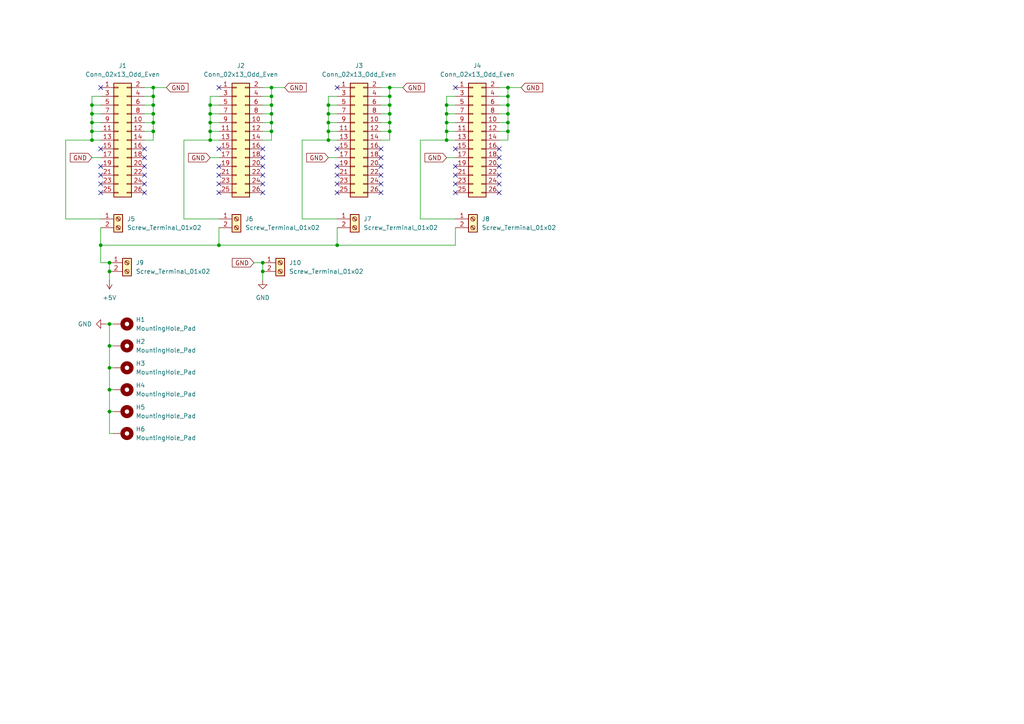
<source format=kicad_sch>
(kicad_sch (version 20230121) (generator eeschema)
  (paper "A4")
  (lib_symbols
    (symbol "Connector:Screw_Terminal_01x02" (pin_names (offset 1.016) hide)
      (property "Reference" "J" (at 0 2.54 0))
      (property "Value" "Screw_Terminal_01x02" (at 0 -5.08 0))
      (symbol "Screw_Terminal_01x02_1_1"
        (rectangle (start -1.27 1.27) (end 1.27 -3.81) (stroke (width 0.254)) (fill (type background)))
        (circle (center 0 -2.54) (radius 0.635) (stroke (width 0.1524)))
        (polyline (pts (xy -0.5334 -2.2098) (xy 0.3302 -3.048)) (stroke (width 0.1524)))
        (polyline (pts (xy -0.5334 0.3302) (xy 0.3302 -0.508)) (stroke (width 0.1524)))
        (polyline (pts (xy -0.3556 -2.032) (xy 0.508 -2.8702)) (stroke (width 0.1524)))
        (polyline (pts (xy -0.3556 0.508) (xy 0.508 -0.3302)) (stroke (width 0.1524)))
        (circle (center 0 0) (radius 0.635) (stroke (width 0.1524)))
        (pin passive line (at -5.08 0 0) (length 3.81) (name "Pin_1") (number "1"))
        (pin passive line (at -5.08 -2.54 0) (length 3.81) (name "Pin_2") (number "2"))
      )
    )
    (symbol "Connector_Generic:Conn_02x13_Odd_Even" (pin_names (offset 1.016) hide)
      (property "Reference" "J" (at 1.27 17.78 0))
      (property "Value" "Conn_02x13_Odd_Even" (at 1.27 -17.78 0))
      (symbol "Conn_02x13_Odd_Even_1_1"
        (rectangle (start -1.27 -15.113) (end 0 -15.367) (stroke (width 0.1524)))
        (rectangle (start -1.27 -12.573) (end 0 -12.827) (stroke (width 0.1524)))
        (rectangle (start -1.27 -10.033) (end 0 -10.287) (stroke (width 0.1524)))
        (rectangle (start -1.27 -7.493) (end 0 -7.747) (stroke (width 0.1524)))
        (rectangle (start -1.27 -4.953) (end 0 -5.207) (stroke (width 0.1524)))
        (rectangle (start -1.27 -2.413) (end 0 -2.667) (stroke (width 0.1524)))
        (rectangle (start -1.27 0.127) (end 0 -0.127) (stroke (width 0.1524)))
        (rectangle (start -1.27 2.667) (end 0 2.413) (stroke (width 0.1524)))
        (rectangle (start -1.27 5.207) (end 0 4.953) (stroke (width 0.1524)))
        (rectangle (start -1.27 7.747) (end 0 7.493) (stroke (width 0.1524)))
        (rectangle (start -1.27 10.287) (end 0 10.033) (stroke (width 0.1524)))
        (rectangle (start -1.27 12.827) (end 0 12.573) (stroke (width 0.1524)))
        (rectangle (start -1.27 15.367) (end 0 15.113) (stroke (width 0.1524)))
        (rectangle (start -1.27 16.51) (end 3.81 -16.51) (stroke (width 0.254)) (fill (type background)))
        (rectangle (start 3.81 -15.113) (end 2.54 -15.367) (stroke (width 0.1524)))
        (rectangle (start 3.81 -12.573) (end 2.54 -12.827) (stroke (width 0.1524)))
        (rectangle (start 3.81 -10.033) (end 2.54 -10.287) (stroke (width 0.1524)))
        (rectangle (start 3.81 -7.493) (end 2.54 -7.747) (stroke (width 0.1524)))
        (rectangle (start 3.81 -4.953) (end 2.54 -5.207) (stroke (width 0.1524)))
        (rectangle (start 3.81 -2.413) (end 2.54 -2.667) (stroke (width 0.1524)))
        (rectangle (start 3.81 0.127) (end 2.54 -0.127) (stroke (width 0.1524)))
        (rectangle (start 3.81 2.667) (end 2.54 2.413) (stroke (width 0.1524)))
        (rectangle (start 3.81 5.207) (end 2.54 4.953) (stroke (width 0.1524)))
        (rectangle (start 3.81 7.747) (end 2.54 7.493) (stroke (width 0.1524)))
        (rectangle (start 3.81 10.287) (end 2.54 10.033) (stroke (width 0.1524)))
        (rectangle (start 3.81 12.827) (end 2.54 12.573) (stroke (width 0.1524)))
        (rectangle (start 3.81 15.367) (end 2.54 15.113) (stroke (width 0.1524)))
        (pin passive line (at -5.08 15.24 0) (length 3.81) (name "Pin_1") (number "1"))
        (pin passive line (at 7.62 5.08 180) (length 3.81) (name "Pin_10") (number "10"))
        (pin passive line (at -5.08 2.54 0) (length 3.81) (name "Pin_11") (number "11"))
        (pin passive line (at 7.62 2.54 180) (length 3.81) (name "Pin_12") (number "12"))
        (pin passive line (at -5.08 0 0) (length 3.81) (name "Pin_13") (number "13"))
        (pin passive line (at 7.62 0 180) (length 3.81) (name "Pin_14") (number "14"))
        (pin passive line (at -5.08 -2.54 0) (length 3.81) (name "Pin_15") (number "15"))
        (pin passive line (at 7.62 -2.54 180) (length 3.81) (name "Pin_16") (number "16"))
        (pin passive line (at -5.08 -5.08 0) (length 3.81) (name "Pin_17") (number "17"))
        (pin passive line (at 7.62 -5.08 180) (length 3.81) (name "Pin_18") (number "18"))
        (pin passive line (at -5.08 -7.62 0) (length 3.81) (name "Pin_19") (number "19"))
        (pin passive line (at 7.62 15.24 180) (length 3.81) (name "Pin_2") (number "2"))
        (pin passive line (at 7.62 -7.62 180) (length 3.81) (name "Pin_20") (number "20"))
        (pin passive line (at -5.08 -10.16 0) (length 3.81) (name "Pin_21") (number "21"))
        (pin passive line (at 7.62 -10.16 180) (length 3.81) (name "Pin_22") (number "22"))
        (pin passive line (at -5.08 -12.7 0) (length 3.81) (name "Pin_23") (number "23"))
        (pin passive line (at 7.62 -12.7 180) (length 3.81) (name "Pin_24") (number "24"))
        (pin passive line (at -5.08 -15.24 0) (length 3.81) (name "Pin_25") (number "25"))
        (pin passive line (at 7.62 -15.24 180) (length 3.81) (name "Pin_26") (number "26"))
        (pin passive line (at -5.08 12.7 0) (length 3.81) (name "Pin_3") (number "3"))
        (pin passive line (at 7.62 12.7 180) (length 3.81) (name "Pin_4") (number "4"))
        (pin passive line (at -5.08 10.16 0) (length 3.81) (name "Pin_5") (number "5"))
        (pin passive line (at 7.62 10.16 180) (length 3.81) (name "Pin_6") (number "6"))
        (pin passive line (at -5.08 7.62 0) (length 3.81) (name "Pin_7") (number "7"))
        (pin passive line (at 7.62 7.62 180) (length 3.81) (name "Pin_8") (number "8"))
        (pin passive line (at -5.08 5.08 0) (length 3.81) (name "Pin_9") (number "9"))
      )
    )
    (symbol "Mechanical:MountingHole_Pad" (pin_numbers hide) (pin_names (offset 1.016) hide)
      (property "Reference" "H" (at 0 6.35 0))
      (property "Value" "MountingHole_Pad" (at 0 4.445 0))
      (symbol "MountingHole_Pad_0_1"
        (circle (center 0 1.27) (radius 1.27) (stroke (width 1.27)))
      )
      (symbol "MountingHole_Pad_1_1"
        (pin input line (at 0 -2.54 90) (length 2.54) (name "1") (number "1"))
      )
    )
    (symbol "power:+5V" (power) (pin_names (offset 0))
      (property "Value" "+5V" (at 0 3.556 0))
      (symbol "+5V_0_1"
        (polyline (pts (xy -0.762 1.27) (xy 0 2.54)))
        (polyline (pts (xy 0 0) (xy 0 2.54)))
        (polyline (pts (xy 0 2.54) (xy 0.762 1.27)))
      )
      (symbol "+5V_1_1"
        (pin power_in line (at 0 0 90) (length 0) hide (name "+5V") (number "1"))
      )
    )
    (symbol "power:GND" (power) (pin_names (offset 0))
      (property "Value" "GND" (at 0 -3.81 0))
      (symbol "GND_0_1"
        (polyline (pts (xy 0 0) (xy 0 -1.27) (xy 1.27 -1.27) (xy 0 -2.54) (xy -1.27 -1.27) (xy 0 -1.27)))
      )
      (symbol "GND_1_1"
        (pin power_in line (at 0 0 270) (length 0) hide (name "GND") (number "1"))
      )
    )
  )
  (junction (at 26.67 38.1))
  (junction (at 113.03 35.56))
  (junction (at 31.75 93.98))
  (junction (at 147.32 38.1))
  (junction (at 147.32 27.94))
  (junction (at 78.74 33.02))
  (junction (at 31.75 100.33))
  (junction (at 26.67 35.56))
  (junction (at 60.96 33.02))
  (junction (at 31.75 119.38))
  (junction (at 31.75 78.74))
  (junction (at 26.67 30.48))
  (junction (at 147.32 25.4))
  (junction (at 31.75 106.68))
  (junction (at 95.25 38.1))
  (junction (at 147.32 35.56))
  (junction (at 44.45 35.56))
  (junction (at 60.96 35.56))
  (junction (at 113.03 25.4))
  (junction (at 29.21 71.12))
  (junction (at 44.45 27.94))
  (junction (at 113.03 33.02))
  (junction (at 129.54 30.48))
  (junction (at 113.03 30.48))
  (junction (at 129.54 35.56))
  (junction (at 60.96 30.48))
  (junction (at 129.54 33.02))
  (junction (at 113.03 38.1))
  (junction (at 95.25 30.48))
  (junction (at 76.2 76.2))
  (junction (at 95.25 33.02))
  (junction (at 26.67 40.64))
  (junction (at 44.45 38.1))
  (junction (at 147.32 30.48))
  (junction (at 113.03 27.94))
  (junction (at 95.25 35.56))
  (junction (at 63.5 71.12))
  (junction (at 44.45 33.02))
  (junction (at 78.74 38.1))
  (junction (at 129.54 40.64))
  (junction (at 95.25 40.64))
  (junction (at 76.2 78.74))
  (junction (at 31.75 76.2))
  (junction (at 147.32 33.02))
  (junction (at 78.74 25.4))
  (junction (at 78.74 35.56))
  (junction (at 97.79 71.12))
  (junction (at 26.67 33.02))
  (junction (at 31.75 113.03))
  (junction (at 129.54 38.1))
  (junction (at 44.45 25.4))
  (junction (at 60.96 40.64))
  (junction (at 44.45 30.48))
  (junction (at 78.74 30.48))
  (junction (at 60.96 38.1))
  (junction (at 78.74 27.94))
  (no_connect (at 41.91 55.88))
  (no_connect (at 110.49 50.8))
  (no_connect (at 29.21 53.34))
  (no_connect (at 144.78 50.8))
  (no_connect (at 132.08 48.26))
  (no_connect (at 97.79 25.4))
  (no_connect (at 76.2 53.34))
  (no_connect (at 132.08 43.18))
  (no_connect (at 110.49 45.72))
  (no_connect (at 110.49 48.26))
  (no_connect (at 132.08 50.8))
  (no_connect (at 63.5 43.18))
  (no_connect (at 144.78 53.34))
  (no_connect (at 29.21 43.18))
  (no_connect (at 76.2 45.72))
  (no_connect (at 132.08 55.88))
  (no_connect (at 63.5 25.4))
  (no_connect (at 144.78 48.26))
  (no_connect (at 63.5 50.8))
  (no_connect (at 41.91 53.34))
  (no_connect (at 97.79 50.8))
  (no_connect (at 144.78 45.72))
  (no_connect (at 76.2 48.26))
  (no_connect (at 76.2 43.18))
  (no_connect (at 110.49 53.34))
  (no_connect (at 63.5 48.26))
  (no_connect (at 41.91 45.72))
  (no_connect (at 76.2 50.8))
  (no_connect (at 97.79 55.88))
  (no_connect (at 41.91 50.8))
  (no_connect (at 132.08 25.4))
  (no_connect (at 63.5 53.34))
  (no_connect (at 29.21 50.8))
  (no_connect (at 97.79 43.18))
  (no_connect (at 144.78 55.88))
  (no_connect (at 97.79 53.34))
  (no_connect (at 76.2 55.88))
  (no_connect (at 41.91 48.26))
  (no_connect (at 41.91 43.18))
  (no_connect (at 29.21 55.88))
  (no_connect (at 63.5 55.88))
  (no_connect (at 97.79 48.26))
  (no_connect (at 132.08 53.34))
  (no_connect (at 29.21 25.4))
  (no_connect (at 29.21 48.26))
  (no_connect (at 110.49 55.88))
  (no_connect (at 144.78 43.18))
  (no_connect (at 110.49 43.18))
  (wire (pts (xy 110.49 35.56) (xy 113.03 35.56)))
  (wire (pts (xy 121.92 63.5) (xy 121.92 40.64)))
  (wire (pts (xy 129.54 33.02) (xy 129.54 35.56)))
  (wire (pts (xy 29.21 71.12) (xy 63.5 71.12)))
  (wire (pts (xy 31.75 78.74) (xy 31.75 76.2)))
  (wire (pts (xy 26.67 40.64) (xy 29.21 40.64)))
  (wire (pts (xy 113.03 30.48) (xy 113.03 33.02)))
  (wire (pts (xy 95.25 40.64) (xy 97.79 40.64)))
  (wire (pts (xy 113.03 40.64) (xy 113.03 38.1)))
  (wire (pts (xy 29.21 66.04) (xy 29.21 71.12)))
  (wire (pts (xy 44.45 40.64) (xy 44.45 38.1)))
  (wire (pts (xy 60.96 35.56) (xy 63.5 35.56)))
  (wire (pts (xy 60.96 35.56) (xy 60.96 38.1)))
  (wire (pts (xy 31.75 93.98) (xy 33.02 93.98)))
  (wire (pts (xy 78.74 40.64) (xy 78.74 38.1)))
  (wire (pts (xy 129.54 30.48) (xy 129.54 33.02)))
  (wire (pts (xy 31.75 106.68) (xy 31.75 113.03)))
  (wire (pts (xy 95.25 35.56) (xy 95.25 38.1)))
  (wire (pts (xy 26.67 30.48) (xy 29.21 30.48)))
  (wire (pts (xy 60.96 40.64) (xy 63.5 40.64)))
  (wire (pts (xy 147.32 35.56) (xy 147.32 38.1)))
  (wire (pts (xy 78.74 30.48) (xy 78.74 33.02)))
  (wire (pts (xy 147.32 25.4) (xy 151.13 25.4)))
  (wire (pts (xy 26.67 35.56) (xy 26.67 38.1)))
  (wire (pts (xy 129.54 33.02) (xy 132.08 33.02)))
  (wire (pts (xy 113.03 35.56) (xy 113.03 38.1)))
  (wire (pts (xy 113.03 38.1) (xy 110.49 38.1)))
  (wire (pts (xy 60.96 38.1) (xy 63.5 38.1)))
  (wire (pts (xy 29.21 27.94) (xy 26.67 27.94)))
  (wire (pts (xy 113.03 27.94) (xy 113.03 30.48)))
  (wire (pts (xy 44.45 38.1) (xy 41.91 38.1)))
  (wire (pts (xy 97.79 63.5) (xy 87.63 63.5)))
  (wire (pts (xy 41.91 25.4) (xy 44.45 25.4)))
  (wire (pts (xy 76.2 35.56) (xy 78.74 35.56)))
  (wire (pts (xy 44.45 25.4) (xy 44.45 27.94)))
  (wire (pts (xy 87.63 40.64) (xy 95.25 40.64)))
  (wire (pts (xy 31.75 93.98) (xy 31.75 100.33)))
  (wire (pts (xy 60.96 45.72) (xy 63.5 45.72)))
  (wire (pts (xy 87.63 63.5) (xy 87.63 40.64)))
  (wire (pts (xy 113.03 25.4) (xy 113.03 27.94)))
  (wire (pts (xy 97.79 66.04) (xy 97.79 71.12)))
  (wire (pts (xy 95.25 30.48) (xy 95.25 33.02)))
  (wire (pts (xy 26.67 30.48) (xy 26.67 33.02)))
  (wire (pts (xy 110.49 27.94) (xy 113.03 27.94)))
  (wire (pts (xy 41.91 33.02) (xy 44.45 33.02)))
  (wire (pts (xy 63.5 71.12) (xy 97.79 71.12)))
  (wire (pts (xy 110.49 25.4) (xy 113.03 25.4)))
  (wire (pts (xy 60.96 33.02) (xy 63.5 33.02)))
  (wire (pts (xy 129.54 27.94) (xy 129.54 30.48)))
  (wire (pts (xy 132.08 27.94) (xy 129.54 27.94)))
  (wire (pts (xy 60.96 30.48) (xy 60.96 33.02)))
  (wire (pts (xy 31.75 81.28) (xy 31.75 78.74)))
  (wire (pts (xy 129.54 38.1) (xy 129.54 40.64)))
  (wire (pts (xy 31.75 100.33) (xy 31.75 106.68)))
  (wire (pts (xy 78.74 35.56) (xy 78.74 38.1)))
  (wire (pts (xy 73.66 76.2) (xy 76.2 76.2)))
  (wire (pts (xy 129.54 30.48) (xy 132.08 30.48)))
  (wire (pts (xy 60.96 33.02) (xy 60.96 35.56)))
  (wire (pts (xy 144.78 27.94) (xy 147.32 27.94)))
  (wire (pts (xy 95.25 45.72) (xy 97.79 45.72)))
  (wire (pts (xy 31.75 106.68) (xy 33.02 106.68)))
  (wire (pts (xy 63.5 66.04) (xy 63.5 71.12)))
  (wire (pts (xy 19.05 40.64) (xy 26.67 40.64)))
  (wire (pts (xy 97.79 71.12) (xy 132.08 71.12)))
  (wire (pts (xy 76.2 81.28) (xy 76.2 78.74)))
  (wire (pts (xy 44.45 30.48) (xy 44.45 33.02)))
  (wire (pts (xy 129.54 35.56) (xy 129.54 38.1)))
  (wire (pts (xy 144.78 35.56) (xy 147.32 35.56)))
  (wire (pts (xy 63.5 63.5) (xy 53.34 63.5)))
  (wire (pts (xy 78.74 25.4) (xy 78.74 27.94)))
  (wire (pts (xy 44.45 25.4) (xy 48.26 25.4)))
  (wire (pts (xy 26.67 27.94) (xy 26.67 30.48)))
  (wire (pts (xy 78.74 27.94) (xy 78.74 30.48)))
  (wire (pts (xy 110.49 30.48) (xy 113.03 30.48)))
  (wire (pts (xy 78.74 38.1) (xy 76.2 38.1)))
  (wire (pts (xy 41.91 35.56) (xy 44.45 35.56)))
  (wire (pts (xy 76.2 40.64) (xy 78.74 40.64)))
  (wire (pts (xy 78.74 33.02) (xy 78.74 35.56)))
  (wire (pts (xy 147.32 38.1) (xy 144.78 38.1)))
  (wire (pts (xy 26.67 38.1) (xy 26.67 40.64)))
  (wire (pts (xy 31.75 100.33) (xy 33.02 100.33)))
  (wire (pts (xy 76.2 25.4) (xy 78.74 25.4)))
  (wire (pts (xy 26.67 45.72) (xy 29.21 45.72)))
  (wire (pts (xy 78.74 25.4) (xy 82.55 25.4)))
  (wire (pts (xy 147.32 27.94) (xy 147.32 30.48)))
  (wire (pts (xy 144.78 30.48) (xy 147.32 30.48)))
  (wire (pts (xy 31.75 119.38) (xy 33.02 119.38)))
  (wire (pts (xy 95.25 38.1) (xy 95.25 40.64)))
  (wire (pts (xy 19.05 63.5) (xy 19.05 40.64)))
  (wire (pts (xy 41.91 27.94) (xy 44.45 27.94)))
  (wire (pts (xy 44.45 35.56) (xy 44.45 38.1)))
  (wire (pts (xy 147.32 25.4) (xy 147.32 27.94)))
  (wire (pts (xy 95.25 33.02) (xy 95.25 35.56)))
  (wire (pts (xy 60.96 27.94) (xy 60.96 30.48)))
  (wire (pts (xy 95.25 33.02) (xy 97.79 33.02)))
  (wire (pts (xy 129.54 35.56) (xy 132.08 35.56)))
  (wire (pts (xy 29.21 76.2) (xy 31.75 76.2)))
  (wire (pts (xy 53.34 40.64) (xy 60.96 40.64)))
  (wire (pts (xy 144.78 33.02) (xy 147.32 33.02)))
  (wire (pts (xy 95.25 27.94) (xy 95.25 30.48)))
  (wire (pts (xy 113.03 33.02) (xy 113.03 35.56)))
  (wire (pts (xy 41.91 40.64) (xy 44.45 40.64)))
  (wire (pts (xy 129.54 40.64) (xy 132.08 40.64)))
  (wire (pts (xy 26.67 38.1) (xy 29.21 38.1)))
  (wire (pts (xy 95.25 30.48) (xy 97.79 30.48)))
  (wire (pts (xy 26.67 33.02) (xy 29.21 33.02)))
  (wire (pts (xy 129.54 38.1) (xy 132.08 38.1)))
  (wire (pts (xy 26.67 35.56) (xy 29.21 35.56)))
  (wire (pts (xy 144.78 25.4) (xy 147.32 25.4)))
  (wire (pts (xy 110.49 40.64) (xy 113.03 40.64)))
  (wire (pts (xy 110.49 33.02) (xy 113.03 33.02)))
  (wire (pts (xy 60.96 38.1) (xy 60.96 40.64)))
  (wire (pts (xy 44.45 27.94) (xy 44.45 30.48)))
  (wire (pts (xy 41.91 30.48) (xy 44.45 30.48)))
  (wire (pts (xy 31.75 113.03) (xy 33.02 113.03)))
  (wire (pts (xy 132.08 71.12) (xy 132.08 66.04)))
  (wire (pts (xy 95.25 38.1) (xy 97.79 38.1)))
  (wire (pts (xy 29.21 71.12) (xy 29.21 76.2)))
  (wire (pts (xy 63.5 27.94) (xy 60.96 27.94)))
  (wire (pts (xy 26.67 33.02) (xy 26.67 35.56)))
  (wire (pts (xy 95.25 35.56) (xy 97.79 35.56)))
  (wire (pts (xy 29.21 63.5) (xy 19.05 63.5)))
  (wire (pts (xy 44.45 33.02) (xy 44.45 35.56)))
  (wire (pts (xy 31.75 119.38) (xy 31.75 125.73)))
  (wire (pts (xy 144.78 40.64) (xy 147.32 40.64)))
  (wire (pts (xy 76.2 27.94) (xy 78.74 27.94)))
  (wire (pts (xy 121.92 40.64) (xy 129.54 40.64)))
  (wire (pts (xy 76.2 76.2) (xy 76.2 78.74)))
  (wire (pts (xy 30.48 93.98) (xy 31.75 93.98)))
  (wire (pts (xy 53.34 63.5) (xy 53.34 40.64)))
  (wire (pts (xy 147.32 40.64) (xy 147.32 38.1)))
  (wire (pts (xy 113.03 25.4) (xy 116.84 25.4)))
  (wire (pts (xy 97.79 27.94) (xy 95.25 27.94)))
  (wire (pts (xy 147.32 33.02) (xy 147.32 35.56)))
  (wire (pts (xy 147.32 30.48) (xy 147.32 33.02)))
  (wire (pts (xy 129.54 45.72) (xy 132.08 45.72)))
  (wire (pts (xy 31.75 113.03) (xy 31.75 119.38)))
  (wire (pts (xy 31.75 125.73) (xy 33.02 125.73)))
  (wire (pts (xy 60.96 30.48) (xy 63.5 30.48)))
  (wire (pts (xy 132.08 63.5) (xy 121.92 63.5)))
  (wire (pts (xy 76.2 30.48) (xy 78.74 30.48)))
  (wire (pts (xy 76.2 33.02) (xy 78.74 33.02)))
  (global_label "GND" (shape input) (at 82.55 25.4 0) (property "Intersheetrefs" "${INTERSHEET_REFS}" (effects hide)))
  (global_label "GND" (shape input) (at 73.66 76.2 180) (property "Intersheetrefs" "${INTERSHEET_REFS}" (effects hide)))
  (global_label "GND" (shape input) (at 48.26 25.4 0) (property "Intersheetrefs" "${INTERSHEET_REFS}" (effects hide)))
  (global_label "GND" (shape input) (at 95.25 45.72 180) (property "Intersheetrefs" "${INTERSHEET_REFS}" (effects hide)))
  (global_label "GND" (shape input) (at 116.84 25.4 0) (property "Intersheetrefs" "${INTERSHEET_REFS}" (effects hide)))
  (global_label "GND" (shape input) (at 26.67 45.72 180) (property "Intersheetrefs" "${INTERSHEET_REFS}" (effects hide)))
  (global_label "GND" (shape input) (at 129.54 45.72 180) (property "Intersheetrefs" "${INTERSHEET_REFS}" (effects hide)))
  (global_label "GND" (shape input) (at 60.96 45.72 180) (property "Intersheetrefs" "${INTERSHEET_REFS}" (effects hide)))
  (global_label "GND" (shape input) (at 151.13 25.4 0) (property "Intersheetrefs" "${INTERSHEET_REFS}" (effects hide)))
  (symbol (lib_id "power:GND") (at 30.48 93.98 270) (unit 1)
    (property "Reference" "#PWR03" (effects hide))
    (property "Value" "GND" (at 26.67 93.98 90) (effects (justify right)))
  )
  (symbol (lib_id "Connector_Generic:Conn_02x13_Odd_Even") (at 137.16 40.64 0) (unit 1)
    (property "Reference" "J4" (at 138.43 19.05 0))
    (property "Value" "Conn_02x13_Odd_Even" (at 138.43 21.59 0))
    (property "Footprint" "Connector_PinHeader_2.54mm:PinHeader_2x13_P2.54mm_Vertical" (effects hide))
  )
  (symbol (lib_id "Mechanical:MountingHole_Pad") (at 35.56 119.38 270) (unit 1)
    (property "Reference" "H5" (at 39.37 118.11 90) (effects (justify left)))
    (property "Value" "MountingHole_Pad" (at 39.37 120.65 90) (effects (justify left)))
    (property "Footprint" "MountingHole:MountingHole_3.2mm_M3_Pad_TopBottom" (effects hide))
  )
  (symbol (lib_id "Connector_Generic:Conn_02x13_Odd_Even") (at 68.58 40.64 0) (unit 1)
    (property "Reference" "J2" (at 69.85 19.05 0))
    (property "Value" "Conn_02x13_Odd_Even" (at 69.85 21.59 0))
    (property "Footprint" "Connector_PinHeader_2.54mm:PinHeader_2x13_P2.54mm_Vertical" (effects hide))
  )
  (symbol (lib_id "Connector_Generic:Conn_02x13_Odd_Even") (at 34.29 40.64 0) (unit 1)
    (property "Reference" "J1" (at 35.56 19.05 0))
    (property "Value" "Conn_02x13_Odd_Even" (at 35.56 21.59 0))
    (property "Footprint" "Connector_PinHeader_2.54mm:PinHeader_2x13_P2.54mm_Vertical" (effects hide))
  )
  (symbol (lib_id "Mechanical:MountingHole_Pad") (at 35.56 106.68 270) (unit 1)
    (property "Reference" "H3" (at 39.37 105.41 90) (effects (justify left)))
    (property "Value" "MountingHole_Pad" (at 39.37 107.95 90) (effects (justify left)))
    (property "Footprint" "MountingHole:MountingHole_3.2mm_M3_Pad_TopBottom" (effects hide))
  )
  (symbol (lib_id "Connector:Screw_Terminal_01x02") (at 34.29 63.5 0) (unit 1)
    (property "Reference" "J5" (at 36.83 63.5 0) (effects (justify left)))
    (property "Value" "Screw_Terminal_01x02" (at 36.83 66.04 0) (effects (justify left)))
    (property "Footprint" "TerminalBlock:TerminalBlock_Altech_AK300-2_P5.00mm" (effects hide))
  )
  (symbol (lib_id "Connector:Screw_Terminal_01x02") (at 137.16 63.5 0) (unit 1)
    (property "Reference" "J8" (at 139.7 63.5 0) (effects (justify left)))
    (property "Value" "Screw_Terminal_01x02" (at 139.7 66.04 0) (effects (justify left)))
    (property "Footprint" "TerminalBlock:TerminalBlock_Altech_AK300-2_P5.00mm" (effects hide))
  )
  (symbol (lib_id "Connector_Generic:Conn_02x13_Odd_Even") (at 102.87 40.64 0) (unit 1)
    (property "Reference" "J3" (at 104.14 19.05 0))
    (property "Value" "Conn_02x13_Odd_Even" (at 104.14 21.59 0))
    (property "Footprint" "Connector_PinHeader_2.54mm:PinHeader_2x13_P2.54mm_Vertical" (effects hide))
  )
  (symbol (lib_id "power:+5V") (at 31.75 81.28 180) (unit 1)
    (property "Reference" "#PWR01" (effects hide))
    (property "Value" "+5V" (at 31.75 86.36 0))
  )
  (symbol (lib_id "Mechanical:MountingHole_Pad") (at 35.56 125.73 270) (unit 1)
    (property "Reference" "H6" (at 39.37 124.46 90) (effects (justify left)))
    (property "Value" "MountingHole_Pad" (at 39.37 127 90) (effects (justify left)))
    (property "Footprint" "MountingHole:MountingHole_3.2mm_M3_Pad_TopBottom" (effects hide))
  )
  (symbol (lib_id "Mechanical:MountingHole_Pad") (at 35.56 100.33 270) (unit 1)
    (property "Reference" "H2" (at 39.37 99.06 90) (effects (justify left)))
    (property "Value" "MountingHole_Pad" (at 39.37 101.6 90) (effects (justify left)))
    (property "Footprint" "MountingHole:MountingHole_3.2mm_M3_Pad_TopBottom" (effects hide))
  )
  (symbol (lib_id "Connector:Screw_Terminal_01x02") (at 68.58 63.5 0) (unit 1)
    (property "Reference" "J6" (at 71.12 63.5 0) (effects (justify left)))
    (property "Value" "Screw_Terminal_01x02" (at 71.12 66.04 0) (effects (justify left)))
    (property "Footprint" "TerminalBlock:TerminalBlock_Altech_AK300-2_P5.00mm" (effects hide))
  )
  (symbol (lib_id "Mechanical:MountingHole_Pad") (at 35.56 93.98 270) (unit 1)
    (property "Reference" "H1" (at 39.37 92.71 90) (effects (justify left)))
    (property "Value" "MountingHole_Pad" (at 39.37 95.25 90) (effects (justify left)))
    (property "Footprint" "MountingHole:MountingHole_3.2mm_M3_Pad_TopBottom" (effects hide))
  )
  (symbol (lib_id "Connector:Screw_Terminal_01x02") (at 81.28 76.2 0) (unit 1)
    (property "Reference" "J10" (at 83.82 76.2 0) (effects (justify left)))
    (property "Value" "Screw_Terminal_01x02" (at 83.82 78.74 0) (effects (justify left)))
    (property "Footprint" "TerminalBlock:TerminalBlock_Altech_AK300-2_P5.00mm" (effects hide))
  )
  (symbol (lib_id "Connector:Screw_Terminal_01x02") (at 36.83 76.2 0) (unit 1)
    (property "Reference" "J9" (at 39.37 76.2 0) (effects (justify left)))
    (property "Value" "Screw_Terminal_01x02" (at 39.37 78.74 0) (effects (justify left)))
    (property "Footprint" "TerminalBlock:TerminalBlock_Altech_AK300-2_P5.00mm" (effects hide))
  )
  (symbol (lib_id "power:GND") (at 76.2 81.28 0) (unit 1)
    (property "Reference" "#PWR02" (effects hide))
    (property "Value" "GND" (at 76.2 86.36 0))
  )
  (symbol (lib_id "Mechanical:MountingHole_Pad") (at 35.56 113.03 270) (unit 1)
    (property "Reference" "H4" (at 39.37 111.76 90) (effects (justify left)))
    (property "Value" "MountingHole_Pad" (at 39.37 114.3 90) (effects (justify left)))
    (property "Footprint" "MountingHole:MountingHole_3.2mm_M3_Pad_TopBottom" (effects hide))
  )
  (symbol (lib_id "Connector:Screw_Terminal_01x02") (at 102.87 63.5 0) (unit 1)
    (property "Reference" "J7" (at 105.41 63.5 0) (effects (justify left)))
    (property "Value" "Screw_Terminal_01x02" (at 105.41 66.04 0) (effects (justify left)))
    (property "Footprint" "TerminalBlock:TerminalBlock_Altech_AK300-2_P5.00mm" (effects hide))
  )
)
</source>
